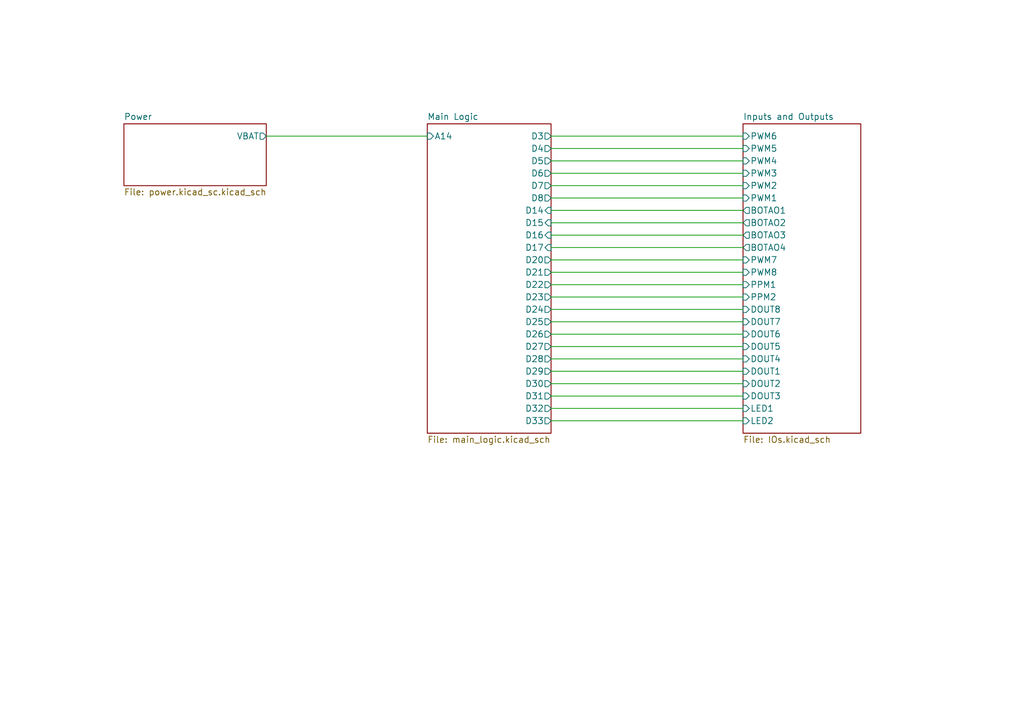
<source format=kicad_sch>
(kicad_sch
	(version 20231120)
	(generator "eeschema")
	(generator_version "8.0")
	(uuid "924a2c4e-e5bf-49fe-ab2d-1d812df159eb")
	(paper "A5")
	(title_block
		(title "Ideal Everything Controller Receiver - (v1.0)")
		(date "2024-04-07")
		(rev "R0")
	)
	(lib_symbols)
	(wire
		(pts
			(xy 113.03 43.18) (xy 152.4 43.18)
		)
		(stroke
			(width 0)
			(type default)
		)
		(uuid "09c377c3-7596-444d-8474-20b4de804a68")
	)
	(wire
		(pts
			(xy 113.03 35.56) (xy 152.4 35.56)
		)
		(stroke
			(width 0)
			(type default)
		)
		(uuid "0d0ac2cf-50db-4cd1-bc7a-8545096289c7")
	)
	(wire
		(pts
			(xy 113.03 60.96) (xy 152.4 60.96)
		)
		(stroke
			(width 0)
			(type default)
		)
		(uuid "14bbbf63-8af6-4aa0-a7c2-1c39b1ee1f11")
	)
	(wire
		(pts
			(xy 54.61 27.94) (xy 87.63 27.94)
		)
		(stroke
			(width 0)
			(type default)
		)
		(uuid "2558bb9d-02c2-4e59-abd6-8fc6c8f83695")
	)
	(wire
		(pts
			(xy 113.03 76.2) (xy 152.4 76.2)
		)
		(stroke
			(width 0)
			(type default)
		)
		(uuid "2b4a999e-0752-41a8-9e52-cfc0a15d01a0")
	)
	(wire
		(pts
			(xy 113.03 50.8) (xy 152.4 50.8)
		)
		(stroke
			(width 0)
			(type default)
		)
		(uuid "4f6afe3b-a4a4-41eb-9b2d-ba1081c5f5a4")
	)
	(wire
		(pts
			(xy 113.03 78.74) (xy 152.4 78.74)
		)
		(stroke
			(width 0)
			(type default)
		)
		(uuid "5e460010-5a56-496c-8cc5-269fe1ff61ac")
	)
	(wire
		(pts
			(xy 113.03 73.66) (xy 152.4 73.66)
		)
		(stroke
			(width 0)
			(type default)
		)
		(uuid "71b8eafd-93dd-45df-aeb3-6e267b2e5ef6")
	)
	(wire
		(pts
			(xy 113.03 33.02) (xy 152.4 33.02)
		)
		(stroke
			(width 0)
			(type default)
		)
		(uuid "731b8686-907f-4614-a7fd-2cb7266037de")
	)
	(wire
		(pts
			(xy 113.03 83.82) (xy 152.4 83.82)
		)
		(stroke
			(width 0)
			(type default)
		)
		(uuid "750463f2-5bb3-4538-b901-b7872402a7e6")
	)
	(wire
		(pts
			(xy 113.03 71.12) (xy 152.4 71.12)
		)
		(stroke
			(width 0)
			(type default)
		)
		(uuid "77e3a861-096e-459d-9b1d-ba0238d09ff3")
	)
	(wire
		(pts
			(xy 113.03 63.5) (xy 152.4 63.5)
		)
		(stroke
			(width 0)
			(type default)
		)
		(uuid "8666b39a-7128-4caa-8c4d-50430e4ca68d")
	)
	(wire
		(pts
			(xy 113.03 66.04) (xy 152.4 66.04)
		)
		(stroke
			(width 0)
			(type default)
		)
		(uuid "94bd3fd0-aade-43ca-af29-aa687e55a179")
	)
	(wire
		(pts
			(xy 113.03 81.28) (xy 152.4 81.28)
		)
		(stroke
			(width 0)
			(type default)
		)
		(uuid "962a52d7-2474-4a92-b207-9ff113931da0")
	)
	(wire
		(pts
			(xy 113.03 27.94) (xy 152.4 27.94)
		)
		(stroke
			(width 0)
			(type default)
		)
		(uuid "9ae60517-6dbb-4eef-af0b-ea49850e0c9e")
	)
	(wire
		(pts
			(xy 113.03 86.36) (xy 152.4 86.36)
		)
		(stroke
			(width 0)
			(type default)
		)
		(uuid "9e67895e-0821-483c-a809-f836a2a9dbfe")
	)
	(wire
		(pts
			(xy 113.03 45.72) (xy 152.4 45.72)
		)
		(stroke
			(width 0)
			(type default)
		)
		(uuid "9fdbc6c5-202a-4edd-a516-ac8cfd1f92a5")
	)
	(wire
		(pts
			(xy 113.03 38.1) (xy 152.4 38.1)
		)
		(stroke
			(width 0)
			(type default)
		)
		(uuid "b02100a3-bc63-4247-ac8e-961ceda40167")
	)
	(wire
		(pts
			(xy 113.03 58.42) (xy 152.4 58.42)
		)
		(stroke
			(width 0)
			(type default)
		)
		(uuid "bf76ab4d-8cfc-4e14-b0cf-32a5da6744d6")
	)
	(wire
		(pts
			(xy 113.03 55.88) (xy 152.4 55.88)
		)
		(stroke
			(width 0)
			(type default)
		)
		(uuid "c8eefc47-2219-4f75-bcfd-c3df890ba07c")
	)
	(wire
		(pts
			(xy 113.03 30.48) (xy 152.4 30.48)
		)
		(stroke
			(width 0)
			(type default)
		)
		(uuid "db027f05-0af0-438c-9c6c-0613144e3817")
	)
	(wire
		(pts
			(xy 113.03 48.26) (xy 152.4 48.26)
		)
		(stroke
			(width 0)
			(type default)
		)
		(uuid "dc5dedff-c364-48cd-95aa-5fcb24bc9d45")
	)
	(wire
		(pts
			(xy 113.03 68.58) (xy 152.4 68.58)
		)
		(stroke
			(width 0)
			(type default)
		)
		(uuid "e7fdf572-0353-4167-a9ff-362d05b6a29e")
	)
	(wire
		(pts
			(xy 113.03 53.34) (xy 152.4 53.34)
		)
		(stroke
			(width 0)
			(type default)
		)
		(uuid "e837ca6d-5fa9-4fe3-bbb7-f0197b741f74")
	)
	(wire
		(pts
			(xy 113.03 40.64) (xy 152.4 40.64)
		)
		(stroke
			(width 0)
			(type default)
		)
		(uuid "ef2c72b0-d8fe-4567-a603-898b450864ff")
	)
	(sheet
		(at 87.63 25.4)
		(size 25.4 63.5)
		(fields_autoplaced yes)
		(stroke
			(width 0.1524)
			(type solid)
		)
		(fill
			(color 0 0 0 0.0000)
		)
		(uuid "032198cd-5a45-4531-9c28-118121e10a0e")
		(property "Sheetname" "Main Logic"
			(at 87.63 24.6884 0)
			(effects
				(font
					(size 1.27 1.27)
				)
				(justify left bottom)
			)
		)
		(property "Sheetfile" "main_logic.kicad_sch"
			(at 87.63 89.4846 0)
			(effects
				(font
					(size 1.27 1.27)
				)
				(justify left top)
			)
		)
		(pin "D17" input
			(at 113.03 50.8 0)
			(effects
				(font
					(size 1.27 1.27)
				)
				(justify right)
			)
			(uuid "e4a3dbf1-60c5-441b-944a-556e000ebd43")
		)
		(pin "D15" input
			(at 113.03 45.72 0)
			(effects
				(font
					(size 1.27 1.27)
				)
				(justify right)
			)
			(uuid "31ecf249-7fad-4301-9ff7-6695d367e0c9")
		)
		(pin "D14" input
			(at 113.03 43.18 0)
			(effects
				(font
					(size 1.27 1.27)
				)
				(justify right)
			)
			(uuid "f239a110-168d-44ce-82d1-0c11d7225684")
		)
		(pin "D16" input
			(at 113.03 48.26 0)
			(effects
				(font
					(size 1.27 1.27)
				)
				(justify right)
			)
			(uuid "472fa3f7-daa9-4520-a297-c69f29c22902")
		)
		(pin "D21" output
			(at 113.03 55.88 0)
			(effects
				(font
					(size 1.27 1.27)
				)
				(justify right)
			)
			(uuid "ebf160b0-9bb1-4cab-a06f-31b1e867c7fd")
		)
		(pin "D20" output
			(at 113.03 53.34 0)
			(effects
				(font
					(size 1.27 1.27)
				)
				(justify right)
			)
			(uuid "01614983-9e90-4a9f-8db1-cece266904bb")
		)
		(pin "D22" output
			(at 113.03 58.42 0)
			(effects
				(font
					(size 1.27 1.27)
				)
				(justify right)
			)
			(uuid "0798a5ee-dae1-4934-a41f-18a09de12854")
		)
		(pin "D23" output
			(at 113.03 60.96 0)
			(effects
				(font
					(size 1.27 1.27)
				)
				(justify right)
			)
			(uuid "c0fe24ce-66e6-4b88-bd07-fe0831d60fb4")
		)
		(pin "D28" output
			(at 113.03 73.66 0)
			(effects
				(font
					(size 1.27 1.27)
				)
				(justify right)
			)
			(uuid "c691647b-22e8-4d71-bdae-abe679c5aa16")
		)
		(pin "D29" output
			(at 113.03 76.2 0)
			(effects
				(font
					(size 1.27 1.27)
				)
				(justify right)
			)
			(uuid "9b78fb36-c769-4a5f-95b1-9dd575844d1c")
		)
		(pin "D31" output
			(at 113.03 81.28 0)
			(effects
				(font
					(size 1.27 1.27)
				)
				(justify right)
			)
			(uuid "5b3130a6-47e1-47b3-a74a-ce1c7fa28548")
		)
		(pin "D30" output
			(at 113.03 78.74 0)
			(effects
				(font
					(size 1.27 1.27)
				)
				(justify right)
			)
			(uuid "5fc03a4f-beb2-4188-a416-3a33baffbb50")
		)
		(pin "D33" output
			(at 113.03 86.36 0)
			(effects
				(font
					(size 1.27 1.27)
				)
				(justify right)
			)
			(uuid "087f9443-da1f-492a-a701-d708536ccce5")
		)
		(pin "D32" output
			(at 113.03 83.82 0)
			(effects
				(font
					(size 1.27 1.27)
				)
				(justify right)
			)
			(uuid "3babb476-4e2b-4e33-8e16-1b16dfa8db95")
		)
		(pin "D26" output
			(at 113.03 68.58 0)
			(effects
				(font
					(size 1.27 1.27)
				)
				(justify right)
			)
			(uuid "3524895f-6fbd-429e-a81f-f25f35a1450a")
		)
		(pin "D25" output
			(at 113.03 66.04 0)
			(effects
				(font
					(size 1.27 1.27)
				)
				(justify right)
			)
			(uuid "16bbfe44-fe00-4587-b7e5-fe4df03917c5")
		)
		(pin "D24" output
			(at 113.03 63.5 0)
			(effects
				(font
					(size 1.27 1.27)
				)
				(justify right)
			)
			(uuid "5fe566f9-ed5d-4290-9fe9-b074dba87baa")
		)
		(pin "D27" output
			(at 113.03 71.12 0)
			(effects
				(font
					(size 1.27 1.27)
				)
				(justify right)
			)
			(uuid "00397c60-746d-4e5e-8a5d-5ed97a694c95")
		)
		(pin "D3" output
			(at 113.03 27.94 0)
			(effects
				(font
					(size 1.27 1.27)
				)
				(justify right)
			)
			(uuid "5c1d2315-f409-4cd0-9f37-98611629df06")
		)
		(pin "D7" output
			(at 113.03 38.1 0)
			(effects
				(font
					(size 1.27 1.27)
				)
				(justify right)
			)
			(uuid "3504b01b-8c79-4897-b49f-e826a106f24d")
		)
		(pin "D6" output
			(at 113.03 35.56 0)
			(effects
				(font
					(size 1.27 1.27)
				)
				(justify right)
			)
			(uuid "1b699735-b850-4035-bcc1-0c479f034dff")
		)
		(pin "D8" output
			(at 113.03 40.64 0)
			(effects
				(font
					(size 1.27 1.27)
				)
				(justify right)
			)
			(uuid "df4fab0f-9834-44a7-9361-ed3790d0013e")
		)
		(pin "A14" input
			(at 87.63 27.94 180)
			(effects
				(font
					(size 1.27 1.27)
				)
				(justify left)
			)
			(uuid "d875bf46-aea2-4322-bc79-041128d6e436")
		)
		(pin "D4" output
			(at 113.03 30.48 0)
			(effects
				(font
					(size 1.27 1.27)
				)
				(justify right)
			)
			(uuid "347d995d-4fb6-4f42-8c19-1e5640e94987")
		)
		(pin "D5" output
			(at 113.03 33.02 0)
			(effects
				(font
					(size 1.27 1.27)
				)
				(justify right)
			)
			(uuid "cb82b0e2-055e-43cb-a92c-c408f5f17840")
		)
		(instances
			(project "Everything_Controller_Ideal_Receiver"
				(path "/924a2c4e-e5bf-49fe-ab2d-1d812df159eb"
					(page "3")
				)
			)
		)
	)
	(sheet
		(at 25.4 25.4)
		(size 29.21 12.7)
		(fields_autoplaced yes)
		(stroke
			(width 0.1524)
			(type solid)
		)
		(fill
			(color 0 0 0 0.0000)
		)
		(uuid "22b056e1-05de-4cc0-a15d-bbfe1b110bef")
		(property "Sheetname" "Power"
			(at 25.4 24.6884 0)
			(effects
				(font
					(size 1.27 1.27)
				)
				(justify left bottom)
			)
		)
		(property "Sheetfile" "power.kicad_sc.kicad_sch"
			(at 25.4 38.6846 0)
			(effects
				(font
					(size 1.27 1.27)
				)
				(justify left top)
			)
		)
		(pin "VBAT" output
			(at 54.61 27.94 0)
			(effects
				(font
					(size 1.27 1.27)
				)
				(justify right)
			)
			(uuid "5c25f113-eb07-4a54-ac2d-d6873e66e917")
		)
		(instances
			(project "Everything_Controller_Ideal_Receiver"
				(path "/924a2c4e-e5bf-49fe-ab2d-1d812df159eb"
					(page "2")
				)
			)
		)
	)
	(sheet
		(at 152.4 25.4)
		(size 24.13 63.5)
		(fields_autoplaced yes)
		(stroke
			(width 0.1524)
			(type solid)
		)
		(fill
			(color 0 0 0 0.0000)
		)
		(uuid "de379cf7-4ba3-4f02-b0a2-c75d168c6c63")
		(property "Sheetname" "Inputs and Outputs"
			(at 152.4 24.6884 0)
			(effects
				(font
					(size 1.27 1.27)
				)
				(justify left bottom)
			)
		)
		(property "Sheetfile" "IOs.kicad_sch"
			(at 152.4 89.4846 0)
			(effects
				(font
					(size 1.27 1.27)
				)
				(justify left top)
			)
		)
		(pin "BOTAO4" output
			(at 152.4 50.8 180)
			(effects
				(font
					(size 1.27 1.27)
				)
				(justify left)
			)
			(uuid "1cbe68ec-e975-4cd7-acde-33524dbfa0fb")
		)
		(pin "BOTAO2" output
			(at 152.4 45.72 180)
			(effects
				(font
					(size 1.27 1.27)
				)
				(justify left)
			)
			(uuid "98049186-436c-4c46-8bb7-320e1b0f8e2d")
		)
		(pin "BOTAO3" output
			(at 152.4 48.26 180)
			(effects
				(font
					(size 1.27 1.27)
				)
				(justify left)
			)
			(uuid "9c77234a-f80b-4e94-916a-181579ac4842")
		)
		(pin "BOTAO1" output
			(at 152.4 43.18 180)
			(effects
				(font
					(size 1.27 1.27)
				)
				(justify left)
			)
			(uuid "11945e32-80c4-4120-978f-a684b4d520cd")
		)
		(pin "PWM6" input
			(at 152.4 27.94 180)
			(effects
				(font
					(size 1.27 1.27)
				)
				(justify left)
			)
			(uuid "2d775997-1149-4b74-b74e-865328138ee0")
		)
		(pin "PWM3" input
			(at 152.4 35.56 180)
			(effects
				(font
					(size 1.27 1.27)
				)
				(justify left)
			)
			(uuid "b09fb4ee-8b78-4e35-85a0-d4d1d0bdf2fe")
		)
		(pin "PWM7" input
			(at 152.4 53.34 180)
			(effects
				(font
					(size 1.27 1.27)
				)
				(justify left)
			)
			(uuid "3ef7fe07-4adb-45cd-8b9e-39457920f963")
		)
		(pin "PWM5" input
			(at 152.4 30.48 180)
			(effects
				(font
					(size 1.27 1.27)
				)
				(justify left)
			)
			(uuid "5e50d65a-4224-4149-803e-ede2864f35ad")
		)
		(pin "PWM2" input
			(at 152.4 38.1 180)
			(effects
				(font
					(size 1.27 1.27)
				)
				(justify left)
			)
			(uuid "6db28913-3939-442c-b470-918949a38ee2")
		)
		(pin "PWM1" input
			(at 152.4 40.64 180)
			(effects
				(font
					(size 1.27 1.27)
				)
				(justify left)
			)
			(uuid "ed14248c-ad47-45e5-b35b-077b9bd048f3")
		)
		(pin "DOUT3" input
			(at 152.4 81.28 180)
			(effects
				(font
					(size 1.27 1.27)
				)
				(justify left)
			)
			(uuid "4a034154-dcf5-4a85-b286-e91ee67f481f")
		)
		(pin "DOUT2" input
			(at 152.4 78.74 180)
			(effects
				(font
					(size 1.27 1.27)
				)
				(justify left)
			)
			(uuid "f474d22e-f08a-4e8b-b029-87b7c491945f")
		)
		(pin "DOUT6" input
			(at 152.4 68.58 180)
			(effects
				(font
					(size 1.27 1.27)
				)
				(justify left)
			)
			(uuid "068108b7-0264-4fd6-a3a4-0f6aa8e62b6d")
		)
		(pin "PPM2" input
			(at 152.4 60.96 180)
			(effects
				(font
					(size 1.27 1.27)
				)
				(justify left)
			)
			(uuid "16949860-06e2-49b5-b754-7ccda45276a5")
		)
		(pin "DOUT1" input
			(at 152.4 76.2 180)
			(effects
				(font
					(size 1.27 1.27)
				)
				(justify left)
			)
			(uuid "48acd2af-271a-4b21-b908-2003a8ca983a")
		)
		(pin "DOUT5" input
			(at 152.4 71.12 180)
			(effects
				(font
					(size 1.27 1.27)
				)
				(justify left)
			)
			(uuid "849ad3d5-90ea-41f4-af36-09b1907e10c0")
		)
		(pin "PPM1" input
			(at 152.4 58.42 180)
			(effects
				(font
					(size 1.27 1.27)
				)
				(justify left)
			)
			(uuid "b7a4b97f-a839-43a4-b33f-a138d446c821")
		)
		(pin "DOUT7" input
			(at 152.4 66.04 180)
			(effects
				(font
					(size 1.27 1.27)
				)
				(justify left)
			)
			(uuid "60158728-8791-4ea1-963b-fe47f4d25177")
		)
		(pin "LED2" input
			(at 152.4 86.36 180)
			(effects
				(font
					(size 1.27 1.27)
				)
				(justify left)
			)
			(uuid "5c2285ee-5edf-4711-bbcc-57b08dcfdc81")
		)
		(pin "LED1" input
			(at 152.4 83.82 180)
			(effects
				(font
					(size 1.27 1.27)
				)
				(justify left)
			)
			(uuid "5f997da9-1ec6-4987-a84c-a4ee0b3adf88")
		)
		(pin "DOUT8" input
			(at 152.4 63.5 180)
			(effects
				(font
					(size 1.27 1.27)
				)
				(justify left)
			)
			(uuid "089caad2-03aa-41aa-9edb-158a012a3a07")
		)
		(pin "DOUT4" input
			(at 152.4 73.66 180)
			(effects
				(font
					(size 1.27 1.27)
				)
				(justify left)
			)
			(uuid "e98e1de7-2633-4cae-bf4d-aff81c0ca665")
		)
		(pin "PWM8" input
			(at 152.4 55.88 180)
			(effects
				(font
					(size 1.27 1.27)
				)
				(justify left)
			)
			(uuid "3e9f4e2e-4ebc-4526-9cac-3d4044ab9d1d")
		)
		(pin "PWM4" input
			(at 152.4 33.02 180)
			(effects
				(font
					(size 1.27 1.27)
				)
				(justify left)
			)
			(uuid "e71512ed-3ca8-4daf-bf84-5e0f8d6621a8")
		)
		(instances
			(project "Everything_Controller_Ideal_Receiver"
				(path "/924a2c4e-e5bf-49fe-ab2d-1d812df159eb"
					(page "4")
				)
			)
		)
	)
	(sheet_instances
		(path "/"
			(page "1")
		)
	)
)
</source>
